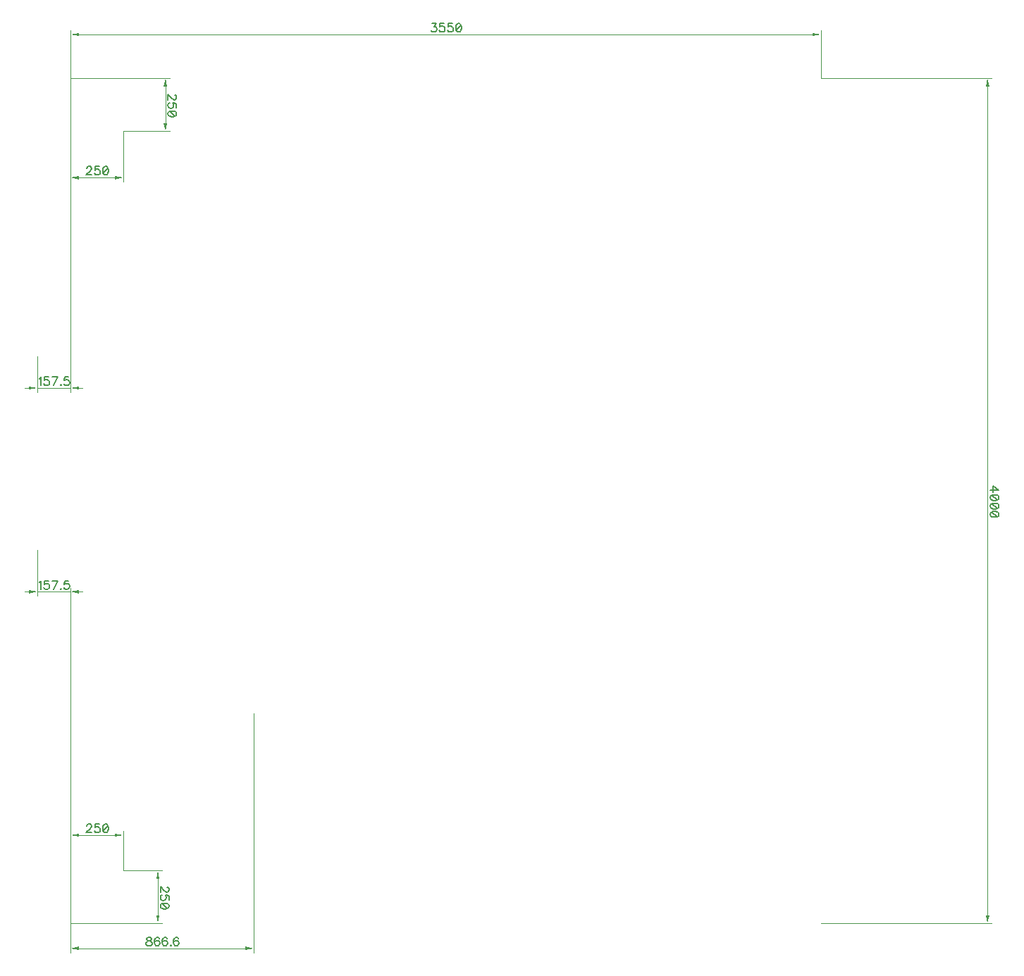
<source format=gbr>
G04 DipTrace Beta 2.3.5.2*
%INTopDimension.gbr*%
%MOIN*%
%ADD13C,0.0014*%
%ADD255C,0.0062*%
%FSLAX44Y44*%
G04*
G70*
G90*
G75*
G01*
%LNTopDimension*%
%LPD*%
X3940Y43940D2*
D13*
Y46217D1*
X39440Y43940D2*
Y46217D1*
X21690Y46020D2*
X4334D1*
G36*
X3940D2*
X4334Y46099D1*
Y45941D1*
X3940Y46020D1*
G37*
X21690D2*
D13*
X39046D1*
G36*
X39440D2*
X39046Y45941D1*
Y46099D1*
X39440Y46020D1*
G37*
Y43940D2*
D13*
X47527D1*
X39440Y3940D2*
X47527D1*
X47330Y23940D2*
Y43546D1*
G36*
Y43940D2*
X47409Y43546D1*
X47251D1*
X47330Y43940D1*
G37*
Y23940D2*
D13*
Y4334D1*
G36*
Y3940D2*
X47251Y4334D1*
X47409D1*
X47330Y3940D1*
G37*
X2365Y30791D2*
D13*
Y29093D1*
X3940Y43940D2*
Y29093D1*
X2365Y29290D2*
X3940D1*
X1775D2*
X1971D1*
G36*
X2365D2*
X1971Y29211D1*
Y29369D1*
X2365Y29290D1*
G37*
X4531D2*
D13*
X4334D1*
G36*
X3940D2*
X4334Y29369D1*
Y29211D1*
X3940Y29290D1*
G37*
X2365Y21620D2*
D13*
Y19443D1*
X3940Y3940D2*
Y19837D1*
X2365Y19640D2*
X3940D1*
X1775D2*
X1972D1*
G36*
X2365D2*
X1972Y19561D1*
Y19719D1*
X2365Y19640D1*
G37*
X4531D2*
D13*
X4334D1*
G36*
X3940D2*
X4334Y19719D1*
Y19561D1*
X3940Y19640D1*
G37*
Y3940D2*
D13*
Y8317D1*
X6440Y6440D2*
Y8317D1*
X5190Y8120D2*
X4334D1*
G36*
X3940D2*
X4334Y8199D1*
Y8041D1*
X3940Y8120D1*
G37*
X5190D2*
D13*
X6046D1*
G36*
X6440D2*
X6046Y8041D1*
Y8199D1*
X6440Y8120D1*
G37*
X3940Y43940D2*
D13*
Y39053D1*
X6440Y41440D2*
Y39053D1*
X5190Y39250D2*
X4334D1*
G36*
X3940D2*
X4334Y39329D1*
Y39171D1*
X3940Y39250D1*
G37*
X5190D2*
D13*
X6046D1*
G36*
X6440D2*
X6046Y39171D1*
Y39329D1*
X6440Y39250D1*
G37*
X3940Y43940D2*
D13*
X8637D1*
X6440Y41440D2*
X8637D1*
X8440Y42690D2*
Y43546D1*
G36*
Y43940D2*
X8519Y43546D1*
X8361D1*
X8440Y43940D1*
G37*
Y42690D2*
D13*
Y41834D1*
G36*
Y41440D2*
X8361Y41834D1*
X8519D1*
X8440Y41440D1*
G37*
X3940Y3940D2*
D13*
X8277D1*
X6440Y6440D2*
X8277D1*
X8080Y5190D2*
Y4334D1*
G36*
Y3940D2*
X8001Y4334D1*
X8159D1*
X8080Y3940D1*
G37*
Y5190D2*
D13*
Y6046D1*
G36*
Y6440D2*
X8159Y6046D1*
X8001D1*
X8080Y6440D1*
G37*
X3940Y3940D2*
D13*
Y2563D1*
X12606Y13895D2*
Y2563D1*
X8273Y2760D2*
X4334D1*
G36*
X3940D2*
X4334Y2839D1*
Y2681D1*
X3940Y2760D1*
G37*
X8273D2*
D13*
X12212D1*
G36*
X12606D2*
X12212Y2681D1*
Y2839D1*
X12606Y2760D1*
G37*
X21038Y46544D2*
D255*
X21248D1*
X21134Y46391D1*
X21191D1*
X21229Y46372D1*
X21248Y46353D1*
X21268Y46295D1*
Y46257D1*
X21248Y46200D1*
X21210Y46161D1*
X21153Y46142D1*
X21095D1*
X21038Y46161D1*
X21019Y46181D1*
X21000Y46219D1*
X21621Y46544D2*
X21430D1*
X21411Y46372D1*
X21430Y46391D1*
X21487Y46410D1*
X21544D1*
X21602Y46391D1*
X21640Y46353D1*
X21659Y46295D1*
Y46257D1*
X21640Y46200D1*
X21602Y46161D1*
X21544Y46142D1*
X21487D1*
X21430Y46161D1*
X21411Y46181D1*
X21391Y46219D1*
X22012Y46544D2*
X21821D1*
X21802Y46372D1*
X21821Y46391D1*
X21879Y46410D1*
X21936D1*
X21993Y46391D1*
X22032Y46353D1*
X22051Y46295D1*
Y46257D1*
X22032Y46200D1*
X21993Y46161D1*
X21936Y46142D1*
X21879D1*
X21821Y46161D1*
X21802Y46181D1*
X21783Y46219D1*
X22289Y46544D2*
X22232Y46525D1*
X22193Y46467D1*
X22174Y46372D1*
Y46314D1*
X22193Y46219D1*
X22232Y46161D1*
X22289Y46142D1*
X22327D1*
X22385Y46161D1*
X22423Y46219D1*
X22442Y46314D1*
Y46372D1*
X22423Y46467D1*
X22385Y46525D1*
X22327Y46544D1*
X22289D1*
X22423Y46467D2*
X22193Y46219D1*
X47452Y24448D2*
X47854D1*
X47586Y24640D1*
Y24353D1*
X47854Y24115D2*
X47835Y24172D1*
X47777Y24210D1*
X47682Y24229D1*
X47624D1*
X47529Y24210D1*
X47471Y24172D1*
X47452Y24115D1*
Y24076D1*
X47471Y24019D1*
X47529Y23981D1*
X47624Y23962D1*
X47682D1*
X47777Y23981D1*
X47835Y24019D1*
X47854Y24076D1*
Y24115D1*
X47777Y23981D2*
X47529Y24210D1*
X47854Y23723D2*
X47835Y23781D1*
X47777Y23819D1*
X47682Y23838D1*
X47624D1*
X47529Y23819D1*
X47471Y23781D1*
X47452Y23723D1*
Y23685D1*
X47471Y23628D1*
X47529Y23590D1*
X47624Y23570D1*
X47682D1*
X47777Y23590D1*
X47835Y23628D1*
X47854Y23685D1*
Y23723D1*
X47777Y23590D2*
X47529Y23819D1*
X47854Y23332D2*
X47835Y23389D1*
X47777Y23428D1*
X47682Y23447D1*
X47624D1*
X47529Y23428D1*
X47471Y23389D1*
X47452Y23332D1*
Y23294D1*
X47471Y23236D1*
X47529Y23198D1*
X47624Y23179D1*
X47682D1*
X47777Y23198D1*
X47835Y23236D1*
X47854Y23294D1*
Y23332D1*
X47777Y23198D2*
X47529Y23428D1*
X2467Y29737D2*
X2506Y29757D1*
X2563Y29814D1*
Y29412D1*
X2916Y29814D2*
X2725D1*
X2706Y29642D1*
X2725Y29661D1*
X2783Y29680D1*
X2840D1*
X2897Y29661D1*
X2936Y29623D1*
X2955Y29565D1*
Y29527D1*
X2936Y29470D1*
X2897Y29431D1*
X2840Y29412D1*
X2783D1*
X2725Y29431D1*
X2706Y29451D1*
X2687Y29489D1*
X3155Y29412D2*
X3346Y29814D1*
X3078D1*
X3489Y29451D2*
X3470Y29431D1*
X3489Y29412D1*
X3508Y29431D1*
X3489Y29451D1*
X3861Y29814D2*
X3670D1*
X3651Y29642D1*
X3670Y29661D1*
X3728Y29680D1*
X3785D1*
X3842Y29661D1*
X3881Y29623D1*
X3900Y29565D1*
Y29527D1*
X3881Y29470D1*
X3842Y29431D1*
X3785Y29412D1*
X3728D1*
X3670Y29431D1*
X3651Y29451D1*
X3632Y29489D1*
X2467Y20087D2*
X2506Y20107D1*
X2563Y20164D1*
Y19762D1*
X2916Y20164D2*
X2725D1*
X2706Y19992D1*
X2725Y20011D1*
X2783Y20030D1*
X2840D1*
X2897Y20011D1*
X2936Y19973D1*
X2955Y19915D1*
Y19877D1*
X2936Y19820D1*
X2897Y19781D1*
X2840Y19762D1*
X2783D1*
X2725Y19781D1*
X2706Y19801D1*
X2687Y19839D1*
X3155Y19762D2*
X3346Y20164D1*
X3078D1*
X3489Y19801D2*
X3470Y19781D1*
X3489Y19762D1*
X3508Y19781D1*
X3489Y19801D1*
X3861Y20164D2*
X3670D1*
X3651Y19992D1*
X3670Y20011D1*
X3728Y20030D1*
X3785D1*
X3842Y20011D1*
X3881Y19973D1*
X3900Y19915D1*
Y19877D1*
X3881Y19820D1*
X3842Y19781D1*
X3785Y19762D1*
X3728D1*
X3670Y19781D1*
X3651Y19801D1*
X3632Y19839D1*
X4715Y8548D2*
Y8567D1*
X4734Y8606D1*
X4753Y8625D1*
X4792Y8644D1*
X4868D1*
X4906Y8625D1*
X4925Y8606D1*
X4945Y8567D1*
Y8529D1*
X4925Y8491D1*
X4887Y8434D1*
X4696Y8242D1*
X4964D1*
X5317Y8644D2*
X5126D1*
X5107Y8472D1*
X5126Y8491D1*
X5183Y8510D1*
X5240D1*
X5298Y8491D1*
X5336Y8453D1*
X5355Y8395D1*
Y8357D1*
X5336Y8300D1*
X5298Y8261D1*
X5240Y8242D1*
X5183D1*
X5126Y8261D1*
X5107Y8281D1*
X5087Y8319D1*
X5593Y8644D2*
X5536Y8625D1*
X5498Y8567D1*
X5479Y8472D1*
Y8414D1*
X5498Y8319D1*
X5536Y8261D1*
X5593Y8242D1*
X5632D1*
X5689Y8261D1*
X5727Y8319D1*
X5746Y8414D1*
Y8472D1*
X5727Y8567D1*
X5689Y8625D1*
X5632Y8644D1*
X5593D1*
X5727Y8567D2*
X5498Y8319D1*
X4715Y39678D2*
Y39697D1*
X4734Y39736D1*
X4753Y39755D1*
X4792Y39774D1*
X4868D1*
X4906Y39755D1*
X4925Y39736D1*
X4945Y39697D1*
Y39659D1*
X4925Y39621D1*
X4887Y39564D1*
X4696Y39372D1*
X4964D1*
X5317Y39774D2*
X5126D1*
X5107Y39602D1*
X5126Y39621D1*
X5183Y39640D1*
X5240D1*
X5298Y39621D1*
X5336Y39583D1*
X5355Y39525D1*
Y39487D1*
X5336Y39430D1*
X5298Y39391D1*
X5240Y39372D1*
X5183D1*
X5126Y39391D1*
X5107Y39411D1*
X5087Y39449D1*
X5593Y39774D2*
X5536Y39755D1*
X5498Y39697D1*
X5479Y39602D1*
Y39544D1*
X5498Y39449D1*
X5536Y39391D1*
X5593Y39372D1*
X5632D1*
X5689Y39391D1*
X5727Y39449D1*
X5746Y39544D1*
Y39602D1*
X5727Y39697D1*
X5689Y39755D1*
X5632Y39774D1*
X5593D1*
X5727Y39697D2*
X5498Y39449D1*
X8868Y43165D2*
X8887D1*
X8926Y43146D1*
X8945Y43127D1*
X8964Y43089D1*
Y43012D1*
X8945Y42974D1*
X8926Y42955D1*
X8887Y42936D1*
X8849D1*
X8811Y42955D1*
X8754Y42993D1*
X8562Y43185D1*
Y42917D1*
X8964Y42564D2*
Y42755D1*
X8792Y42774D1*
X8811Y42755D1*
X8830Y42697D1*
Y42640D1*
X8811Y42583D1*
X8773Y42544D1*
X8715Y42525D1*
X8677D1*
X8620Y42544D1*
X8581Y42583D1*
X8562Y42640D1*
Y42697D1*
X8581Y42755D1*
X8601Y42774D1*
X8639Y42793D1*
X8964Y42287D2*
X8945Y42344D1*
X8887Y42383D1*
X8792Y42402D1*
X8734D1*
X8639Y42383D1*
X8581Y42344D1*
X8562Y42287D1*
Y42249D1*
X8581Y42191D1*
X8639Y42153D1*
X8734Y42134D1*
X8792D1*
X8887Y42153D1*
X8945Y42191D1*
X8964Y42249D1*
Y42287D1*
X8887Y42153D2*
X8639Y42383D1*
X8508Y5665D2*
X8527D1*
X8566Y5646D1*
X8585Y5627D1*
X8604Y5589D1*
Y5512D1*
X8585Y5474D1*
X8566Y5455D1*
X8527Y5436D1*
X8489D1*
X8451Y5455D1*
X8394Y5493D1*
X8202Y5685D1*
Y5417D1*
X8604Y5064D2*
Y5255D1*
X8432Y5274D1*
X8451Y5255D1*
X8470Y5197D1*
Y5140D1*
X8451Y5083D1*
X8413Y5044D1*
X8355Y5025D1*
X8317D1*
X8260Y5044D1*
X8221Y5083D1*
X8202Y5140D1*
Y5197D1*
X8221Y5255D1*
X8241Y5274D1*
X8279Y5293D1*
X8604Y4787D2*
X8585Y4844D1*
X8527Y4883D1*
X8432Y4902D1*
X8374D1*
X8279Y4883D1*
X8221Y4844D1*
X8202Y4787D1*
Y4749D1*
X8221Y4691D1*
X8279Y4653D1*
X8374Y4634D1*
X8432D1*
X8527Y4653D1*
X8585Y4691D1*
X8604Y4749D1*
Y4787D1*
X8527Y4653D2*
X8279Y4883D1*
X7627Y3284D2*
X7570Y3265D1*
X7550Y3227D1*
Y3188D1*
X7570Y3150D1*
X7608Y3131D1*
X7684Y3112D1*
X7742Y3093D1*
X7780Y3054D1*
X7799Y3016D1*
Y2959D1*
X7780Y2921D1*
X7761Y2901D1*
X7703Y2882D1*
X7627D1*
X7570Y2901D1*
X7550Y2921D1*
X7531Y2959D1*
Y3016D1*
X7550Y3054D1*
X7589Y3093D1*
X7646Y3112D1*
X7722Y3131D1*
X7761Y3150D1*
X7780Y3188D1*
Y3227D1*
X7761Y3265D1*
X7703Y3284D1*
X7627D1*
X8152Y3227D2*
X8133Y3265D1*
X8075Y3284D1*
X8037D1*
X7980Y3265D1*
X7941Y3207D1*
X7922Y3112D1*
Y3016D1*
X7941Y2940D1*
X7980Y2901D1*
X8037Y2882D1*
X8056D1*
X8113Y2901D1*
X8152Y2940D1*
X8171Y2997D1*
Y3016D1*
X8152Y3074D1*
X8113Y3112D1*
X8056Y3131D1*
X8037D1*
X7980Y3112D1*
X7941Y3074D1*
X7922Y3016D1*
X8524Y3227D2*
X8505Y3265D1*
X8447Y3284D1*
X8409D1*
X8352Y3265D1*
X8313Y3207D1*
X8294Y3112D1*
Y3016D1*
X8313Y2940D1*
X8352Y2901D1*
X8409Y2882D1*
X8428D1*
X8485Y2901D1*
X8524Y2940D1*
X8543Y2997D1*
Y3016D1*
X8524Y3074D1*
X8485Y3112D1*
X8428Y3131D1*
X8409D1*
X8352Y3112D1*
X8313Y3074D1*
X8294Y3016D1*
X8685Y2921D2*
X8666Y2901D1*
X8685Y2882D1*
X8705Y2901D1*
X8685Y2921D1*
X9058Y3227D2*
X9039Y3265D1*
X8981Y3284D1*
X8943D1*
X8886Y3265D1*
X8847Y3207D1*
X8828Y3112D1*
Y3016D1*
X8847Y2940D1*
X8886Y2901D1*
X8943Y2882D1*
X8962D1*
X9019Y2901D1*
X9058Y2940D1*
X9077Y2997D1*
Y3016D1*
X9058Y3074D1*
X9019Y3112D1*
X8962Y3131D1*
X8943D1*
X8886Y3112D1*
X8847Y3074D1*
X8828Y3016D1*
M02*

</source>
